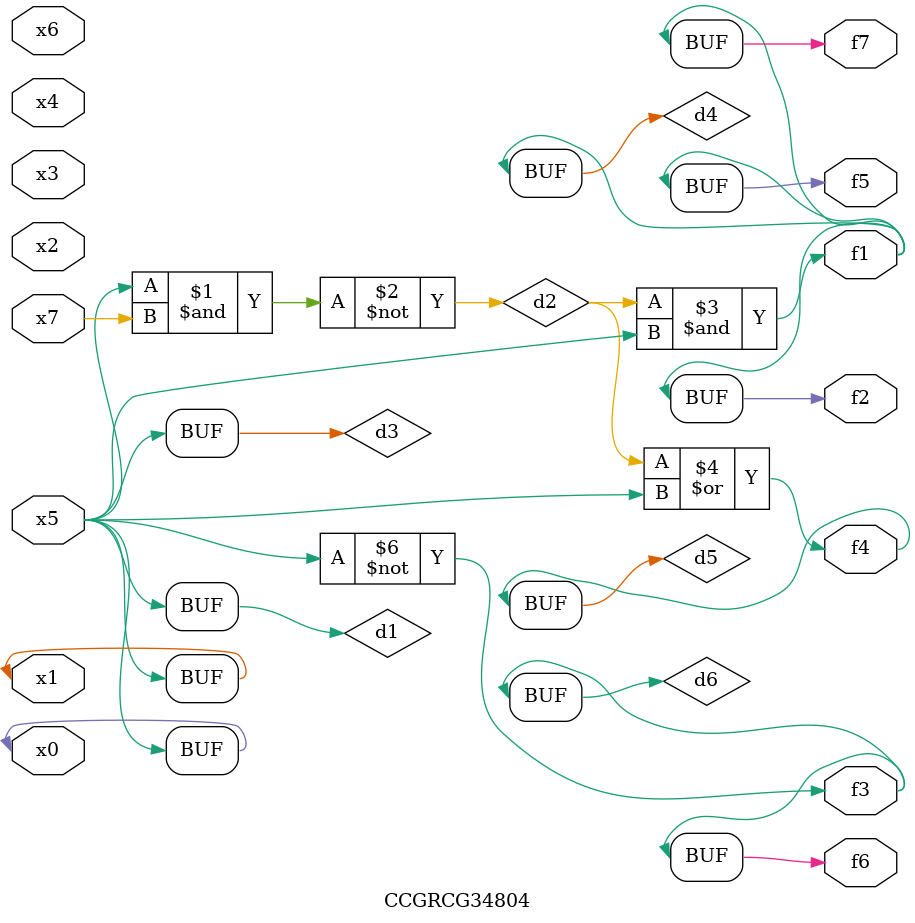
<source format=v>
module CCGRCG34804(
	input x0, x1, x2, x3, x4, x5, x6, x7,
	output f1, f2, f3, f4, f5, f6, f7
);

	wire d1, d2, d3, d4, d5, d6;

	buf (d1, x0, x5);
	nand (d2, x5, x7);
	buf (d3, x0, x1);
	and (d4, d2, d3);
	or (d5, d2, d3);
	nor (d6, d1, d3);
	assign f1 = d4;
	assign f2 = d4;
	assign f3 = d6;
	assign f4 = d5;
	assign f5 = d4;
	assign f6 = d6;
	assign f7 = d4;
endmodule

</source>
